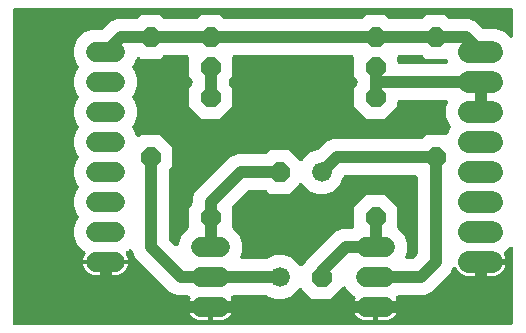
<source format=gbr>
G04 EAGLE Gerber X2 export*
G04 #@! %TF.Part,Single*
G04 #@! %TF.FileFunction,Copper,L2,Bot,Mixed*
G04 #@! %TF.FilePolarity,Positive*
G04 #@! %TF.GenerationSoftware,Autodesk,EAGLE,9.0.0*
G04 #@! %TF.CreationDate,2019-08-08T19:03:24Z*
G75*
%MOMM*%
%FSLAX34Y34*%
%LPD*%
%AMOC8*
5,1,8,0,0,1.08239X$1,22.5*%
G01*
%ADD10P,1.814519X8X112.500000*%
%ADD11P,1.814519X8X292.500000*%
%ADD12P,1.814519X8X202.500000*%
%ADD13C,1.676400*%
%ADD14P,1.814519X8X22.500000*%
%ADD15C,1.676400*%
%ADD16C,1.879600*%
%ADD17C,1.016000*%

G36*
X432126Y-2537D02*
X432126Y-2537D01*
X432144Y-2539D01*
X432326Y-2518D01*
X432509Y-2499D01*
X432526Y-2494D01*
X432543Y-2492D01*
X432718Y-2435D01*
X432894Y-2381D01*
X432909Y-2373D01*
X432926Y-2367D01*
X433086Y-2277D01*
X433248Y-2189D01*
X433261Y-2178D01*
X433277Y-2169D01*
X433416Y-2049D01*
X433557Y-1932D01*
X433568Y-1918D01*
X433582Y-1906D01*
X433694Y-1761D01*
X433809Y-1618D01*
X433817Y-1602D01*
X433828Y-1588D01*
X433910Y-1423D01*
X433995Y-1261D01*
X434000Y-1244D01*
X434008Y-1228D01*
X434055Y-1049D01*
X434106Y-874D01*
X434108Y-856D01*
X434112Y-839D01*
X434139Y-508D01*
X434139Y61977D01*
X434138Y61986D01*
X434139Y61995D01*
X434118Y62187D01*
X434099Y62378D01*
X434097Y62386D01*
X434096Y62395D01*
X434038Y62578D01*
X433981Y62763D01*
X433977Y62771D01*
X433974Y62779D01*
X433881Y62947D01*
X433789Y63117D01*
X433784Y63124D01*
X433779Y63131D01*
X433655Y63278D01*
X433532Y63426D01*
X433525Y63432D01*
X433519Y63438D01*
X433368Y63557D01*
X433218Y63678D01*
X433210Y63682D01*
X433203Y63688D01*
X433030Y63776D01*
X432861Y63864D01*
X432852Y63866D01*
X432844Y63870D01*
X432658Y63922D01*
X432474Y63975D01*
X432465Y63976D01*
X432456Y63978D01*
X432263Y63992D01*
X432072Y64008D01*
X432064Y64007D01*
X432055Y64008D01*
X431862Y63983D01*
X431673Y63961D01*
X431664Y63958D01*
X431655Y63957D01*
X431472Y63896D01*
X431290Y63836D01*
X431282Y63832D01*
X431274Y63829D01*
X431107Y63733D01*
X430939Y63638D01*
X430932Y63633D01*
X430925Y63628D01*
X430672Y63413D01*
X426815Y59557D01*
X426758Y59526D01*
X426683Y59464D01*
X426601Y59410D01*
X426528Y59336D01*
X426447Y59270D01*
X426386Y59194D01*
X426317Y59125D01*
X426259Y59038D01*
X426194Y58957D01*
X426148Y58871D01*
X426094Y58789D01*
X426055Y58693D01*
X426007Y58601D01*
X425979Y58507D01*
X425942Y58417D01*
X425923Y58314D01*
X425893Y58214D01*
X425885Y58117D01*
X425867Y58021D01*
X425868Y57917D01*
X425859Y57813D01*
X425870Y57716D01*
X425871Y57619D01*
X425892Y57517D01*
X425904Y57413D01*
X425934Y57320D01*
X425954Y57225D01*
X426002Y57107D01*
X426027Y57030D01*
X426053Y56984D01*
X426080Y56918D01*
X426862Y55383D01*
X427443Y53596D01*
X427483Y53339D01*
X406908Y53339D01*
X406890Y53337D01*
X406873Y53339D01*
X406690Y53318D01*
X406508Y53299D01*
X406491Y53294D01*
X406473Y53292D01*
X406298Y53235D01*
X406123Y53181D01*
X406107Y53173D01*
X406090Y53167D01*
X405930Y53077D01*
X405769Y52989D01*
X405755Y52978D01*
X405739Y52969D01*
X405600Y52849D01*
X405459Y52732D01*
X405448Y52718D01*
X405435Y52706D01*
X405322Y52561D01*
X405207Y52418D01*
X405199Y52402D01*
X405188Y52388D01*
X405106Y52223D01*
X405066Y52147D01*
X404914Y52061D01*
X404752Y51973D01*
X404739Y51962D01*
X404723Y51953D01*
X404584Y51833D01*
X404443Y51715D01*
X404432Y51702D01*
X404418Y51690D01*
X404306Y51545D01*
X404191Y51402D01*
X404183Y51386D01*
X404172Y51372D01*
X404090Y51207D01*
X404005Y51044D01*
X404000Y51027D01*
X403992Y51011D01*
X403944Y50833D01*
X403894Y50658D01*
X403892Y50640D01*
X403888Y50623D01*
X403861Y50292D01*
X403861Y38861D01*
X396062Y38861D01*
X394206Y39155D01*
X392419Y39736D01*
X390745Y40589D01*
X389224Y41694D01*
X387896Y43022D01*
X386791Y44543D01*
X386262Y45582D01*
X386191Y45692D01*
X386128Y45807D01*
X386083Y45861D01*
X386044Y45921D01*
X385953Y46015D01*
X385869Y46115D01*
X385814Y46159D01*
X385764Y46210D01*
X385656Y46284D01*
X385554Y46366D01*
X385491Y46398D01*
X385433Y46439D01*
X385312Y46490D01*
X385196Y46550D01*
X385128Y46569D01*
X385062Y46597D01*
X384934Y46624D01*
X384809Y46659D01*
X384738Y46665D01*
X384668Y46679D01*
X384537Y46680D01*
X384407Y46691D01*
X384337Y46682D01*
X384266Y46683D01*
X384137Y46658D01*
X384008Y46642D01*
X383940Y46620D01*
X383870Y46606D01*
X383749Y46556D01*
X383625Y46515D01*
X383564Y46480D01*
X383498Y46453D01*
X383389Y46381D01*
X383276Y46316D01*
X383222Y46269D01*
X383163Y46230D01*
X383071Y46137D01*
X382972Y46051D01*
X382929Y45995D01*
X382879Y45945D01*
X382806Y45836D01*
X382727Y45732D01*
X382689Y45660D01*
X382656Y45609D01*
X382627Y45539D01*
X382575Y45437D01*
X381220Y42167D01*
X364233Y25180D01*
X360683Y23709D01*
X358632Y22859D01*
X337706Y22859D01*
X337679Y22857D01*
X337653Y22859D01*
X337479Y22837D01*
X337305Y22819D01*
X337280Y22812D01*
X337253Y22808D01*
X337088Y22753D01*
X336921Y22701D01*
X336897Y22688D01*
X336872Y22680D01*
X336720Y22593D01*
X336566Y22509D01*
X336546Y22492D01*
X336523Y22479D01*
X336426Y22397D01*
X335664Y22081D01*
X335615Y22055D01*
X335563Y22036D01*
X335438Y21960D01*
X335309Y21891D01*
X335266Y21856D01*
X335219Y21827D01*
X335112Y21728D01*
X334999Y21635D01*
X334964Y21592D01*
X334923Y21554D01*
X334837Y21436D01*
X334745Y21322D01*
X334719Y21273D01*
X334687Y21228D01*
X334626Y21095D01*
X334558Y20966D01*
X334543Y20912D01*
X334519Y20862D01*
X334486Y20719D01*
X334445Y20579D01*
X334440Y20524D01*
X334428Y20470D01*
X334423Y20323D01*
X334410Y20178D01*
X334417Y20123D01*
X334415Y20067D01*
X334439Y19923D01*
X334456Y19778D01*
X334473Y19725D01*
X334482Y19670D01*
X334534Y19534D01*
X334579Y19395D01*
X334606Y19346D01*
X334626Y19294D01*
X334737Y19111D01*
X334775Y19043D01*
X334787Y19030D01*
X334798Y19011D01*
X335224Y18425D01*
X336004Y16893D01*
X336536Y15258D01*
X336619Y14731D01*
X317500Y14731D01*
X298381Y14731D01*
X298464Y15258D01*
X298996Y16893D01*
X299776Y18425D01*
X300202Y19011D01*
X300230Y19059D01*
X300265Y19102D01*
X300331Y19232D01*
X300405Y19358D01*
X300423Y19411D01*
X300448Y19460D01*
X300488Y19601D01*
X300536Y19739D01*
X300543Y19794D01*
X300558Y19848D01*
X300569Y19993D01*
X300589Y20138D01*
X300585Y20194D01*
X300589Y20249D01*
X300572Y20394D01*
X300562Y20540D01*
X300547Y20594D01*
X300541Y20649D01*
X300495Y20788D01*
X300456Y20929D01*
X300432Y20978D01*
X300414Y21031D01*
X300342Y21158D01*
X300276Y21289D01*
X300242Y21333D01*
X300215Y21381D01*
X300119Y21491D01*
X300029Y21606D01*
X299987Y21643D01*
X299950Y21684D01*
X299835Y21773D01*
X299724Y21869D01*
X299675Y21896D01*
X299631Y21930D01*
X299440Y22028D01*
X299372Y22066D01*
X299356Y22071D01*
X299336Y22081D01*
X298614Y22380D01*
X293398Y27596D01*
X292834Y28959D01*
X292828Y28970D01*
X292824Y28983D01*
X292733Y29147D01*
X292644Y29314D01*
X292635Y29324D01*
X292629Y29336D01*
X292508Y29478D01*
X292387Y29624D01*
X292377Y29632D01*
X292368Y29643D01*
X292221Y29759D01*
X292075Y29878D01*
X292063Y29884D01*
X292052Y29892D01*
X291884Y29977D01*
X291718Y30065D01*
X291705Y30068D01*
X291693Y30075D01*
X291512Y30125D01*
X291332Y30178D01*
X291318Y30179D01*
X291306Y30183D01*
X291117Y30196D01*
X290931Y30212D01*
X290917Y30211D01*
X290904Y30212D01*
X290717Y30188D01*
X290531Y30167D01*
X290518Y30163D01*
X290505Y30161D01*
X290327Y30102D01*
X290147Y30044D01*
X290136Y30038D01*
X290123Y30033D01*
X289960Y29939D01*
X289796Y29848D01*
X289786Y29839D01*
X289774Y29832D01*
X289521Y29618D01*
X279461Y19557D01*
X264099Y19557D01*
X255296Y28360D01*
X255286Y28369D01*
X255277Y28379D01*
X255130Y28496D01*
X254985Y28615D01*
X254973Y28622D01*
X254962Y28630D01*
X254795Y28716D01*
X254629Y28804D01*
X254616Y28808D01*
X254604Y28814D01*
X254423Y28866D01*
X254243Y28919D01*
X254230Y28920D01*
X254217Y28924D01*
X254030Y28938D01*
X253842Y28955D01*
X253829Y28954D01*
X253815Y28955D01*
X253631Y28932D01*
X253442Y28912D01*
X253429Y28908D01*
X253416Y28906D01*
X253239Y28848D01*
X253058Y28790D01*
X253046Y28784D01*
X253034Y28780D01*
X252870Y28687D01*
X252706Y28596D01*
X252695Y28587D01*
X252684Y28580D01*
X252542Y28457D01*
X252399Y28335D01*
X252390Y28325D01*
X252380Y28316D01*
X252266Y28167D01*
X252149Y28019D01*
X252143Y28007D01*
X252135Y27997D01*
X251983Y27701D01*
X251940Y27596D01*
X246724Y22380D01*
X239908Y19557D01*
X232532Y19557D01*
X225666Y22401D01*
X225656Y22409D01*
X225521Y22519D01*
X225497Y22532D01*
X225476Y22548D01*
X225319Y22626D01*
X225165Y22708D01*
X225140Y22716D01*
X225115Y22728D01*
X224946Y22773D01*
X224779Y22823D01*
X224753Y22825D01*
X224727Y22832D01*
X224396Y22859D01*
X198006Y22859D01*
X197979Y22857D01*
X197953Y22859D01*
X197779Y22837D01*
X197605Y22819D01*
X197580Y22812D01*
X197553Y22808D01*
X197388Y22753D01*
X197221Y22701D01*
X197197Y22688D01*
X197172Y22680D01*
X197020Y22593D01*
X196866Y22509D01*
X196846Y22492D01*
X196823Y22479D01*
X196726Y22397D01*
X195964Y22081D01*
X195915Y22055D01*
X195863Y22036D01*
X195738Y21960D01*
X195609Y21891D01*
X195566Y21856D01*
X195519Y21827D01*
X195412Y21728D01*
X195299Y21635D01*
X195264Y21592D01*
X195223Y21554D01*
X195137Y21436D01*
X195045Y21322D01*
X195019Y21273D01*
X194987Y21228D01*
X194926Y21095D01*
X194858Y20966D01*
X194842Y20912D01*
X194819Y20862D01*
X194786Y20720D01*
X194745Y20579D01*
X194740Y20524D01*
X194728Y20470D01*
X194723Y20324D01*
X194710Y20178D01*
X194717Y20123D01*
X194715Y20067D01*
X194739Y19923D01*
X194756Y19778D01*
X194773Y19725D01*
X194782Y19670D01*
X194834Y19534D01*
X194879Y19395D01*
X194906Y19346D01*
X194926Y19294D01*
X195037Y19111D01*
X195075Y19043D01*
X195087Y19030D01*
X195098Y19011D01*
X195524Y18425D01*
X196304Y16893D01*
X196836Y15258D01*
X196919Y14731D01*
X177800Y14731D01*
X158681Y14731D01*
X158764Y15258D01*
X159296Y16893D01*
X160076Y18425D01*
X160502Y19011D01*
X160530Y19059D01*
X160565Y19102D01*
X160631Y19232D01*
X160705Y19358D01*
X160723Y19411D01*
X160749Y19460D01*
X160788Y19601D01*
X160836Y19739D01*
X160843Y19794D01*
X160858Y19848D01*
X160869Y19994D01*
X160889Y20138D01*
X160885Y20194D01*
X160889Y20249D01*
X160872Y20394D01*
X160862Y20540D01*
X160847Y20594D01*
X160841Y20649D01*
X160795Y20788D01*
X160756Y20929D01*
X160732Y20978D01*
X160714Y21031D01*
X160642Y21158D01*
X160576Y21289D01*
X160542Y21332D01*
X160515Y21381D01*
X160418Y21491D01*
X160329Y21606D01*
X160287Y21642D01*
X160250Y21684D01*
X160134Y21774D01*
X160024Y21869D01*
X159975Y21896D01*
X159931Y21930D01*
X159740Y22028D01*
X159673Y22066D01*
X159656Y22071D01*
X159636Y22081D01*
X158863Y22401D01*
X158854Y22409D01*
X158719Y22519D01*
X158695Y22532D01*
X158674Y22548D01*
X158517Y22626D01*
X158363Y22708D01*
X158338Y22716D01*
X158313Y22728D01*
X158144Y22773D01*
X157977Y22823D01*
X157951Y22825D01*
X157925Y22832D01*
X157594Y22859D01*
X149368Y22859D01*
X143767Y25180D01*
X114080Y54867D01*
X111755Y60478D01*
X111749Y60490D01*
X111745Y60503D01*
X111654Y60668D01*
X111565Y60833D01*
X111557Y60843D01*
X111550Y60855D01*
X111428Y60999D01*
X111309Y61143D01*
X111298Y61152D01*
X111290Y61162D01*
X111142Y61279D01*
X110996Y61397D01*
X110984Y61403D01*
X110974Y61412D01*
X110806Y61497D01*
X110640Y61584D01*
X110627Y61588D01*
X110615Y61594D01*
X110434Y61644D01*
X110253Y61697D01*
X110240Y61698D01*
X110227Y61702D01*
X110038Y61716D01*
X109852Y61732D01*
X109839Y61730D01*
X109825Y61731D01*
X109638Y61708D01*
X109452Y61687D01*
X109439Y61682D01*
X109426Y61681D01*
X109248Y61621D01*
X109069Y61563D01*
X109057Y61557D01*
X109044Y61553D01*
X108881Y61458D01*
X108717Y61367D01*
X108707Y61358D01*
X108695Y61352D01*
X108442Y61137D01*
X107786Y60480D01*
X107064Y60181D01*
X107015Y60155D01*
X106963Y60136D01*
X106838Y60060D01*
X106709Y59991D01*
X106666Y59956D01*
X106619Y59927D01*
X106512Y59828D01*
X106399Y59735D01*
X106364Y59692D01*
X106323Y59654D01*
X106237Y59536D01*
X106145Y59422D01*
X106119Y59373D01*
X106087Y59328D01*
X106026Y59195D01*
X105958Y59066D01*
X105942Y59012D01*
X105919Y58962D01*
X105886Y58820D01*
X105845Y58679D01*
X105840Y58624D01*
X105828Y58570D01*
X105823Y58424D01*
X105810Y58278D01*
X105817Y58223D01*
X105815Y58167D01*
X105839Y58023D01*
X105856Y57878D01*
X105873Y57825D01*
X105882Y57770D01*
X105934Y57634D01*
X105979Y57495D01*
X106006Y57446D01*
X106026Y57394D01*
X106137Y57211D01*
X106175Y57143D01*
X106187Y57130D01*
X106198Y57111D01*
X106624Y56525D01*
X107404Y54993D01*
X107936Y53358D01*
X108019Y52831D01*
X88900Y52831D01*
X69781Y52831D01*
X69864Y53358D01*
X70396Y54993D01*
X71176Y56525D01*
X71602Y57111D01*
X71630Y57159D01*
X71665Y57202D01*
X71731Y57332D01*
X71805Y57458D01*
X71823Y57511D01*
X71849Y57560D01*
X71888Y57701D01*
X71936Y57839D01*
X71943Y57894D01*
X71958Y57948D01*
X71970Y58094D01*
X71989Y58238D01*
X71985Y58294D01*
X71989Y58349D01*
X71972Y58494D01*
X71962Y58640D01*
X71947Y58694D01*
X71941Y58749D01*
X71895Y58888D01*
X71856Y59029D01*
X71832Y59078D01*
X71814Y59131D01*
X71742Y59258D01*
X71676Y59389D01*
X71642Y59432D01*
X71615Y59481D01*
X71518Y59591D01*
X71429Y59706D01*
X71387Y59742D01*
X71350Y59784D01*
X71234Y59874D01*
X71124Y59969D01*
X71075Y59996D01*
X71031Y60030D01*
X70840Y60128D01*
X70773Y60166D01*
X70756Y60171D01*
X70736Y60181D01*
X70014Y60480D01*
X64798Y65696D01*
X61975Y72512D01*
X61975Y79888D01*
X64798Y86704D01*
X65558Y87464D01*
X65570Y87478D01*
X65583Y87489D01*
X65697Y87633D01*
X65813Y87775D01*
X65822Y87791D01*
X65833Y87805D01*
X65916Y87969D01*
X66002Y88131D01*
X66007Y88148D01*
X66015Y88164D01*
X66064Y88341D01*
X66117Y88517D01*
X66118Y88535D01*
X66123Y88552D01*
X66137Y88735D01*
X66153Y88918D01*
X66151Y88936D01*
X66153Y88953D01*
X66130Y89135D01*
X66110Y89318D01*
X66104Y89335D01*
X66102Y89353D01*
X66044Y89526D01*
X65988Y89702D01*
X65980Y89718D01*
X65974Y89734D01*
X65882Y89894D01*
X65793Y90054D01*
X65782Y90068D01*
X65773Y90083D01*
X65558Y90336D01*
X64798Y91096D01*
X61975Y97912D01*
X61975Y105288D01*
X64798Y112104D01*
X65558Y112864D01*
X65570Y112878D01*
X65583Y112889D01*
X65697Y113033D01*
X65813Y113175D01*
X65822Y113191D01*
X65833Y113205D01*
X65916Y113369D01*
X66002Y113531D01*
X66007Y113548D01*
X66015Y113564D01*
X66064Y113741D01*
X66117Y113917D01*
X66118Y113935D01*
X66123Y113952D01*
X66137Y114135D01*
X66153Y114318D01*
X66151Y114336D01*
X66153Y114353D01*
X66130Y114535D01*
X66110Y114718D01*
X66104Y114735D01*
X66102Y114753D01*
X66044Y114926D01*
X65988Y115102D01*
X65980Y115118D01*
X65974Y115134D01*
X65882Y115294D01*
X65793Y115454D01*
X65782Y115468D01*
X65773Y115483D01*
X65558Y115736D01*
X64798Y116496D01*
X61975Y123312D01*
X61975Y130688D01*
X64798Y137504D01*
X65558Y138264D01*
X65570Y138278D01*
X65583Y138289D01*
X65697Y138433D01*
X65813Y138575D01*
X65822Y138591D01*
X65833Y138605D01*
X65916Y138769D01*
X66002Y138931D01*
X66007Y138948D01*
X66015Y138964D01*
X66064Y139141D01*
X66117Y139317D01*
X66118Y139335D01*
X66123Y139352D01*
X66137Y139535D01*
X66153Y139718D01*
X66151Y139736D01*
X66153Y139753D01*
X66130Y139935D01*
X66110Y140118D01*
X66104Y140135D01*
X66102Y140153D01*
X66044Y140326D01*
X65988Y140502D01*
X65980Y140518D01*
X65974Y140534D01*
X65882Y140694D01*
X65793Y140854D01*
X65782Y140868D01*
X65773Y140883D01*
X65558Y141136D01*
X64798Y141896D01*
X61975Y148712D01*
X61975Y156088D01*
X64798Y162904D01*
X65558Y163664D01*
X65570Y163677D01*
X65583Y163689D01*
X65697Y163833D01*
X65813Y163975D01*
X65822Y163991D01*
X65833Y164005D01*
X65916Y164169D01*
X66002Y164331D01*
X66007Y164348D01*
X66015Y164364D01*
X66064Y164541D01*
X66117Y164717D01*
X66118Y164735D01*
X66123Y164752D01*
X66137Y164935D01*
X66153Y165118D01*
X66151Y165136D01*
X66153Y165153D01*
X66130Y165335D01*
X66110Y165518D01*
X66104Y165535D01*
X66102Y165553D01*
X66044Y165726D01*
X65988Y165902D01*
X65980Y165918D01*
X65974Y165934D01*
X65883Y166092D01*
X65793Y166254D01*
X65782Y166268D01*
X65773Y166283D01*
X65558Y166536D01*
X64798Y167296D01*
X61975Y174112D01*
X61975Y181488D01*
X64798Y188304D01*
X65558Y189064D01*
X65570Y189078D01*
X65583Y189089D01*
X65697Y189233D01*
X65813Y189375D01*
X65822Y189391D01*
X65833Y189405D01*
X65916Y189569D01*
X66002Y189731D01*
X66007Y189748D01*
X66015Y189764D01*
X66064Y189941D01*
X66117Y190117D01*
X66118Y190135D01*
X66123Y190152D01*
X66137Y190335D01*
X66153Y190518D01*
X66151Y190536D01*
X66153Y190553D01*
X66130Y190735D01*
X66110Y190918D01*
X66104Y190935D01*
X66102Y190953D01*
X66044Y191126D01*
X65988Y191302D01*
X65980Y191318D01*
X65974Y191334D01*
X65882Y191494D01*
X65793Y191654D01*
X65782Y191668D01*
X65773Y191683D01*
X65558Y191936D01*
X64798Y192696D01*
X61975Y199512D01*
X61975Y206888D01*
X64798Y213704D01*
X65558Y214464D01*
X65570Y214478D01*
X65583Y214489D01*
X65697Y214633D01*
X65813Y214775D01*
X65822Y214791D01*
X65833Y214805D01*
X65916Y214969D01*
X66002Y215131D01*
X66007Y215148D01*
X66015Y215164D01*
X66064Y215341D01*
X66117Y215517D01*
X66118Y215535D01*
X66123Y215552D01*
X66137Y215735D01*
X66153Y215918D01*
X66151Y215936D01*
X66153Y215953D01*
X66130Y216135D01*
X66110Y216318D01*
X66104Y216335D01*
X66102Y216353D01*
X66044Y216526D01*
X65988Y216702D01*
X65980Y216718D01*
X65974Y216734D01*
X65882Y216894D01*
X65793Y217054D01*
X65782Y217068D01*
X65773Y217083D01*
X65558Y217336D01*
X64798Y218096D01*
X61975Y224912D01*
X61975Y232288D01*
X64798Y239104D01*
X70014Y244320D01*
X76830Y247143D01*
X85048Y247143D01*
X85074Y247145D01*
X85101Y247143D01*
X85275Y247165D01*
X85448Y247183D01*
X85474Y247190D01*
X85501Y247194D01*
X85666Y247250D01*
X85833Y247301D01*
X85857Y247314D01*
X85882Y247322D01*
X86034Y247409D01*
X86187Y247493D01*
X86208Y247510D01*
X86231Y247523D01*
X86484Y247738D01*
X92967Y254220D01*
X98568Y256541D01*
X115176Y256541D01*
X115203Y256543D01*
X115229Y256541D01*
X115403Y256563D01*
X115577Y256581D01*
X115602Y256588D01*
X115629Y256592D01*
X115795Y256648D01*
X115962Y256699D01*
X115985Y256712D01*
X116010Y256720D01*
X116162Y256807D01*
X116316Y256891D01*
X116336Y256908D01*
X116359Y256921D01*
X116612Y257136D01*
X119319Y259843D01*
X134681Y259843D01*
X137388Y257136D01*
X137408Y257119D01*
X137426Y257098D01*
X137564Y256991D01*
X137699Y256881D01*
X137723Y256868D01*
X137744Y256852D01*
X137901Y256774D01*
X138055Y256692D01*
X138080Y256684D01*
X138104Y256672D01*
X138274Y256627D01*
X138441Y256577D01*
X138467Y256575D01*
X138493Y256568D01*
X138824Y256541D01*
X165976Y256541D01*
X166003Y256543D01*
X166029Y256541D01*
X166203Y256563D01*
X166377Y256581D01*
X166402Y256588D01*
X166429Y256592D01*
X166594Y256647D01*
X166762Y256699D01*
X166785Y256712D01*
X166810Y256720D01*
X166962Y256807D01*
X167116Y256891D01*
X167136Y256908D01*
X167159Y256921D01*
X167412Y257136D01*
X170119Y259843D01*
X185481Y259843D01*
X188188Y257136D01*
X188208Y257119D01*
X188226Y257098D01*
X188364Y256991D01*
X188499Y256881D01*
X188523Y256868D01*
X188544Y256852D01*
X188701Y256774D01*
X188855Y256692D01*
X188880Y256684D01*
X188905Y256672D01*
X189074Y256627D01*
X189241Y256577D01*
X189267Y256575D01*
X189293Y256568D01*
X189624Y256541D01*
X305676Y256541D01*
X305703Y256543D01*
X305729Y256541D01*
X305903Y256563D01*
X306077Y256581D01*
X306102Y256588D01*
X306129Y256592D01*
X306294Y256647D01*
X306462Y256699D01*
X306485Y256712D01*
X306510Y256720D01*
X306662Y256807D01*
X306816Y256891D01*
X306836Y256908D01*
X306859Y256921D01*
X307112Y257136D01*
X309819Y259843D01*
X325181Y259843D01*
X327888Y257136D01*
X327908Y257119D01*
X327926Y257098D01*
X328064Y256991D01*
X328199Y256881D01*
X328223Y256868D01*
X328244Y256852D01*
X328401Y256774D01*
X328555Y256692D01*
X328580Y256684D01*
X328605Y256672D01*
X328774Y256627D01*
X328941Y256577D01*
X328967Y256575D01*
X328993Y256568D01*
X329324Y256541D01*
X356476Y256541D01*
X356503Y256543D01*
X356529Y256541D01*
X356703Y256563D01*
X356877Y256581D01*
X356902Y256588D01*
X356929Y256592D01*
X357095Y256648D01*
X357262Y256699D01*
X357285Y256712D01*
X357310Y256720D01*
X357462Y256807D01*
X357616Y256891D01*
X357636Y256908D01*
X357659Y256921D01*
X357912Y257136D01*
X360619Y259843D01*
X375981Y259843D01*
X378688Y257136D01*
X378708Y257119D01*
X378726Y257098D01*
X378864Y256991D01*
X378999Y256881D01*
X379023Y256868D01*
X379044Y256852D01*
X379201Y256774D01*
X379355Y256692D01*
X379380Y256684D01*
X379404Y256672D01*
X379574Y256627D01*
X379741Y256577D01*
X379767Y256575D01*
X379793Y256568D01*
X380124Y256541D01*
X396732Y256541D01*
X402333Y254220D01*
X406906Y249647D01*
X407800Y248754D01*
X407821Y248737D01*
X407838Y248716D01*
X407976Y248610D01*
X408111Y248499D01*
X408135Y248486D01*
X408156Y248470D01*
X408312Y248392D01*
X408467Y248310D01*
X408493Y248302D01*
X408517Y248290D01*
X408686Y248245D01*
X408853Y248195D01*
X408880Y248193D01*
X408906Y248186D01*
X409236Y248159D01*
X419689Y248159D01*
X426877Y245181D01*
X430672Y241387D01*
X430679Y241381D01*
X430684Y241374D01*
X430834Y241254D01*
X430983Y241131D01*
X430991Y241127D01*
X430998Y241122D01*
X431168Y241033D01*
X431339Y240943D01*
X431348Y240940D01*
X431355Y240936D01*
X431540Y240883D01*
X431725Y240828D01*
X431734Y240827D01*
X431742Y240825D01*
X431934Y240809D01*
X432126Y240792D01*
X432135Y240793D01*
X432144Y240792D01*
X432333Y240814D01*
X432526Y240835D01*
X432535Y240838D01*
X432543Y240839D01*
X432725Y240898D01*
X432910Y240957D01*
X432918Y240961D01*
X432926Y240964D01*
X433095Y241059D01*
X433262Y241151D01*
X433269Y241157D01*
X433277Y241162D01*
X433423Y241288D01*
X433569Y241412D01*
X433575Y241419D01*
X433582Y241425D01*
X433699Y241576D01*
X433819Y241728D01*
X433823Y241736D01*
X433828Y241743D01*
X433914Y241915D01*
X434001Y242087D01*
X434004Y242095D01*
X434008Y242103D01*
X434058Y242289D01*
X434109Y242475D01*
X434110Y242484D01*
X434112Y242492D01*
X434139Y242823D01*
X434139Y263908D01*
X434137Y263926D01*
X434139Y263944D01*
X434118Y264126D01*
X434099Y264309D01*
X434094Y264326D01*
X434092Y264343D01*
X434035Y264518D01*
X433981Y264694D01*
X433973Y264709D01*
X433967Y264726D01*
X433877Y264886D01*
X433789Y265048D01*
X433778Y265061D01*
X433769Y265077D01*
X433649Y265216D01*
X433532Y265357D01*
X433518Y265368D01*
X433506Y265382D01*
X433361Y265494D01*
X433218Y265609D01*
X433202Y265617D01*
X433188Y265628D01*
X433023Y265710D01*
X432861Y265795D01*
X432844Y265800D01*
X432828Y265808D01*
X432649Y265855D01*
X432474Y265906D01*
X432456Y265908D01*
X432439Y265912D01*
X432108Y265939D01*
X12192Y265939D01*
X12174Y265937D01*
X12156Y265939D01*
X11974Y265918D01*
X11791Y265899D01*
X11774Y265894D01*
X11757Y265892D01*
X11582Y265835D01*
X11406Y265781D01*
X11391Y265773D01*
X11374Y265767D01*
X11214Y265677D01*
X11052Y265589D01*
X11039Y265578D01*
X11023Y265569D01*
X10884Y265449D01*
X10743Y265332D01*
X10732Y265318D01*
X10718Y265306D01*
X10606Y265161D01*
X10491Y265018D01*
X10483Y265002D01*
X10472Y264988D01*
X10390Y264823D01*
X10305Y264661D01*
X10300Y264644D01*
X10292Y264628D01*
X10245Y264449D01*
X10194Y264274D01*
X10192Y264256D01*
X10188Y264239D01*
X10161Y263908D01*
X10161Y-508D01*
X10163Y-526D01*
X10161Y-544D01*
X10182Y-726D01*
X10201Y-909D01*
X10206Y-926D01*
X10208Y-943D01*
X10265Y-1118D01*
X10319Y-1294D01*
X10327Y-1309D01*
X10333Y-1326D01*
X10423Y-1486D01*
X10511Y-1648D01*
X10522Y-1661D01*
X10531Y-1677D01*
X10651Y-1816D01*
X10768Y-1957D01*
X10782Y-1968D01*
X10794Y-1982D01*
X10939Y-2094D01*
X11082Y-2209D01*
X11098Y-2217D01*
X11112Y-2228D01*
X11277Y-2310D01*
X11439Y-2395D01*
X11456Y-2400D01*
X11472Y-2408D01*
X11651Y-2455D01*
X11826Y-2506D01*
X11844Y-2508D01*
X11861Y-2512D01*
X12192Y-2539D01*
X432108Y-2539D01*
X432126Y-2537D01*
G37*
G36*
X148871Y64052D02*
X148871Y64052D01*
X148880Y64051D01*
X149069Y64073D01*
X149262Y64094D01*
X149271Y64097D01*
X149279Y64098D01*
X149461Y64158D01*
X149646Y64216D01*
X149654Y64220D01*
X149662Y64223D01*
X149831Y64318D01*
X149998Y64411D01*
X150005Y64417D01*
X150013Y64421D01*
X150159Y64547D01*
X150305Y64671D01*
X150311Y64678D01*
X150318Y64684D01*
X150435Y64836D01*
X150555Y64987D01*
X150559Y64995D01*
X150564Y65002D01*
X150650Y65174D01*
X150737Y65346D01*
X150740Y65355D01*
X150744Y65363D01*
X150794Y65549D01*
X150845Y65734D01*
X150846Y65743D01*
X150848Y65752D01*
X150875Y66082D01*
X150875Y67188D01*
X153698Y74004D01*
X158662Y78968D01*
X158679Y78988D01*
X158700Y79006D01*
X158807Y79144D01*
X158917Y79279D01*
X158930Y79303D01*
X158946Y79324D01*
X159024Y79481D01*
X159106Y79635D01*
X159114Y79660D01*
X159126Y79685D01*
X159171Y79854D01*
X159221Y80021D01*
X159223Y80047D01*
X159230Y80073D01*
X159257Y80404D01*
X159257Y96581D01*
X161964Y99288D01*
X161981Y99308D01*
X162002Y99326D01*
X162109Y99464D01*
X162219Y99599D01*
X162232Y99623D01*
X162248Y99644D01*
X162326Y99801D01*
X162408Y99955D01*
X162416Y99980D01*
X162428Y100004D01*
X162473Y100174D01*
X162523Y100341D01*
X162525Y100367D01*
X162532Y100393D01*
X162559Y100724D01*
X162559Y104632D01*
X164880Y110233D01*
X194567Y139920D01*
X199195Y141838D01*
X200168Y142241D01*
X224396Y142241D01*
X224423Y142243D01*
X224449Y142241D01*
X224623Y142263D01*
X224797Y142281D01*
X224822Y142288D01*
X224849Y142292D01*
X225015Y142348D01*
X225182Y142399D01*
X225205Y142412D01*
X225230Y142420D01*
X225382Y142507D01*
X225536Y142591D01*
X225556Y142608D01*
X225579Y142621D01*
X225832Y142836D01*
X228539Y145543D01*
X243901Y145543D01*
X252704Y136740D01*
X252714Y136731D01*
X252723Y136721D01*
X252870Y136604D01*
X253015Y136485D01*
X253027Y136478D01*
X253038Y136470D01*
X253205Y136384D01*
X253371Y136296D01*
X253384Y136292D01*
X253396Y136286D01*
X253577Y136234D01*
X253757Y136181D01*
X253770Y136180D01*
X253783Y136176D01*
X253970Y136162D01*
X254158Y136145D01*
X254171Y136146D01*
X254185Y136145D01*
X254369Y136168D01*
X254558Y136188D01*
X254571Y136192D01*
X254584Y136194D01*
X254761Y136252D01*
X254942Y136310D01*
X254954Y136316D01*
X254966Y136320D01*
X255130Y136413D01*
X255294Y136504D01*
X255305Y136513D01*
X255316Y136520D01*
X255458Y136643D01*
X255601Y136765D01*
X255610Y136775D01*
X255620Y136784D01*
X255734Y136933D01*
X255851Y137081D01*
X255857Y137093D01*
X255865Y137103D01*
X256017Y137399D01*
X256060Y137504D01*
X261276Y142720D01*
X268142Y145564D01*
X268155Y145565D01*
X268328Y145583D01*
X268354Y145590D01*
X268380Y145594D01*
X268546Y145649D01*
X268713Y145701D01*
X268737Y145714D01*
X268762Y145722D01*
X268914Y145809D01*
X269067Y145893D01*
X269088Y145910D01*
X269111Y145923D01*
X269364Y146138D01*
X275847Y152620D01*
X281448Y154941D01*
X356476Y154941D01*
X356503Y154943D01*
X356529Y154941D01*
X356703Y154963D01*
X356877Y154981D01*
X356902Y154988D01*
X356929Y154992D01*
X357095Y155048D01*
X357262Y155099D01*
X357285Y155112D01*
X357310Y155120D01*
X357462Y155207D01*
X357616Y155291D01*
X357636Y155308D01*
X357659Y155321D01*
X357912Y155536D01*
X360619Y158243D01*
X376440Y158243D01*
X376490Y158228D01*
X376503Y158227D01*
X376516Y158223D01*
X376702Y158209D01*
X376891Y158191D01*
X376904Y158193D01*
X376918Y158192D01*
X377102Y158214D01*
X377291Y158235D01*
X377304Y158239D01*
X377317Y158240D01*
X377496Y158299D01*
X377675Y158356D01*
X377687Y158363D01*
X377700Y158367D01*
X377864Y158461D01*
X378027Y158551D01*
X378037Y158560D01*
X378049Y158566D01*
X378192Y158690D01*
X378334Y158811D01*
X378343Y158822D01*
X378353Y158831D01*
X378468Y158980D01*
X378584Y159127D01*
X378590Y159139D01*
X378598Y159150D01*
X378750Y159445D01*
X380421Y163479D01*
X380605Y163664D01*
X380617Y163677D01*
X380630Y163689D01*
X380744Y163833D01*
X380860Y163975D01*
X380869Y163991D01*
X380880Y164005D01*
X380963Y164169D01*
X381049Y164331D01*
X381054Y164348D01*
X381062Y164364D01*
X381112Y164541D01*
X381164Y164717D01*
X381165Y164734D01*
X381170Y164752D01*
X381184Y164935D01*
X381200Y165118D01*
X381198Y165135D01*
X381200Y165153D01*
X381177Y165336D01*
X381157Y165518D01*
X381152Y165535D01*
X381149Y165553D01*
X381091Y165727D01*
X381035Y165902D01*
X381027Y165917D01*
X381021Y165934D01*
X380929Y166094D01*
X380841Y166254D01*
X380829Y166268D01*
X380820Y166283D01*
X380605Y166536D01*
X380421Y166721D01*
X377443Y173909D01*
X377443Y181690D01*
X378877Y185151D01*
X378880Y185164D01*
X378887Y185175D01*
X378938Y185355D01*
X378993Y185536D01*
X378994Y185549D01*
X378998Y185562D01*
X379013Y185750D01*
X379031Y185937D01*
X379030Y185950D01*
X379031Y185964D01*
X379009Y186150D01*
X378990Y186337D01*
X378985Y186350D01*
X378984Y186363D01*
X378926Y186542D01*
X378870Y186722D01*
X378863Y186733D01*
X378859Y186746D01*
X378766Y186911D01*
X378676Y187075D01*
X378668Y187085D01*
X378661Y187097D01*
X378538Y187239D01*
X378417Y187383D01*
X378407Y187391D01*
X378398Y187402D01*
X378250Y187516D01*
X378102Y187634D01*
X378090Y187640D01*
X378080Y187648D01*
X377912Y187732D01*
X377744Y187818D01*
X377731Y187822D01*
X377719Y187828D01*
X377537Y187877D01*
X377357Y187928D01*
X377344Y187929D01*
X377331Y187932D01*
X377000Y187959D01*
X338074Y187959D01*
X338056Y187957D01*
X338038Y187959D01*
X337856Y187938D01*
X337673Y187919D01*
X337656Y187914D01*
X337639Y187912D01*
X337464Y187855D01*
X337288Y187801D01*
X337273Y187793D01*
X337256Y187787D01*
X337096Y187697D01*
X336934Y187609D01*
X336921Y187598D01*
X336905Y187589D01*
X336766Y187469D01*
X336625Y187352D01*
X336614Y187338D01*
X336600Y187326D01*
X336488Y187181D01*
X336373Y187038D01*
X336365Y187022D01*
X336354Y187008D01*
X336272Y186843D01*
X336187Y186681D01*
X336182Y186664D01*
X336174Y186648D01*
X336127Y186469D01*
X336076Y186294D01*
X336074Y186276D01*
X336070Y186259D01*
X336043Y185928D01*
X336043Y182819D01*
X325181Y171957D01*
X309819Y171957D01*
X298957Y182819D01*
X298957Y198181D01*
X301664Y200888D01*
X301681Y200908D01*
X301702Y200926D01*
X301809Y201064D01*
X301919Y201199D01*
X301932Y201223D01*
X301948Y201244D01*
X302026Y201401D01*
X302108Y201555D01*
X302116Y201580D01*
X302128Y201605D01*
X302173Y201774D01*
X302223Y201941D01*
X302225Y201967D01*
X302232Y201993D01*
X302259Y202324D01*
X302259Y204076D01*
X302257Y204103D01*
X302259Y204129D01*
X302237Y204303D01*
X302219Y204477D01*
X302212Y204502D01*
X302208Y204529D01*
X302153Y204694D01*
X302101Y204862D01*
X302088Y204885D01*
X302080Y204910D01*
X301993Y205062D01*
X301909Y205216D01*
X301892Y205236D01*
X301879Y205259D01*
X301664Y205512D01*
X298957Y208219D01*
X298957Y224028D01*
X298955Y224046D01*
X298957Y224064D01*
X298936Y224246D01*
X298917Y224429D01*
X298912Y224446D01*
X298910Y224463D01*
X298853Y224638D01*
X298799Y224814D01*
X298791Y224829D01*
X298785Y224846D01*
X298695Y225006D01*
X298607Y225168D01*
X298596Y225181D01*
X298587Y225197D01*
X298467Y225336D01*
X298350Y225477D01*
X298336Y225488D01*
X298324Y225502D01*
X298179Y225614D01*
X298036Y225729D01*
X298020Y225737D01*
X298006Y225748D01*
X297841Y225830D01*
X297679Y225915D01*
X297662Y225920D01*
X297646Y225928D01*
X297467Y225975D01*
X297292Y226026D01*
X297274Y226028D01*
X297257Y226032D01*
X296926Y226059D01*
X198374Y226059D01*
X198356Y226057D01*
X198338Y226059D01*
X198156Y226038D01*
X197973Y226019D01*
X197956Y226014D01*
X197939Y226012D01*
X197764Y225955D01*
X197588Y225901D01*
X197573Y225893D01*
X197556Y225887D01*
X197396Y225797D01*
X197234Y225709D01*
X197221Y225698D01*
X197205Y225689D01*
X197066Y225569D01*
X196925Y225452D01*
X196914Y225438D01*
X196900Y225426D01*
X196788Y225281D01*
X196673Y225138D01*
X196665Y225122D01*
X196654Y225108D01*
X196572Y224943D01*
X196487Y224781D01*
X196482Y224764D01*
X196474Y224748D01*
X196427Y224569D01*
X196376Y224394D01*
X196374Y224376D01*
X196370Y224359D01*
X196343Y224028D01*
X196343Y208219D01*
X193636Y205512D01*
X193619Y205492D01*
X193598Y205474D01*
X193491Y205336D01*
X193381Y205201D01*
X193368Y205177D01*
X193352Y205156D01*
X193274Y204999D01*
X193192Y204845D01*
X193184Y204820D01*
X193172Y204796D01*
X193127Y204626D01*
X193077Y204459D01*
X193075Y204433D01*
X193068Y204407D01*
X193041Y204076D01*
X193041Y202324D01*
X193043Y202297D01*
X193041Y202271D01*
X193063Y202097D01*
X193081Y201923D01*
X193088Y201898D01*
X193092Y201871D01*
X193148Y201705D01*
X193199Y201538D01*
X193212Y201515D01*
X193220Y201490D01*
X193307Y201338D01*
X193391Y201184D01*
X193408Y201164D01*
X193421Y201141D01*
X193636Y200888D01*
X196343Y198181D01*
X196343Y182819D01*
X185481Y171957D01*
X170119Y171957D01*
X159257Y182819D01*
X159257Y198181D01*
X161964Y200888D01*
X161981Y200908D01*
X162002Y200926D01*
X162109Y201064D01*
X162219Y201199D01*
X162232Y201223D01*
X162248Y201244D01*
X162326Y201401D01*
X162408Y201555D01*
X162416Y201580D01*
X162428Y201604D01*
X162473Y201774D01*
X162523Y201941D01*
X162525Y201967D01*
X162532Y201993D01*
X162559Y202324D01*
X162559Y204076D01*
X162557Y204103D01*
X162559Y204129D01*
X162537Y204303D01*
X162519Y204477D01*
X162512Y204502D01*
X162508Y204529D01*
X162452Y204695D01*
X162401Y204862D01*
X162388Y204885D01*
X162380Y204910D01*
X162293Y205062D01*
X162209Y205216D01*
X162192Y205236D01*
X162179Y205259D01*
X161964Y205512D01*
X159257Y208219D01*
X159257Y224028D01*
X159255Y224046D01*
X159257Y224064D01*
X159236Y224246D01*
X159217Y224429D01*
X159212Y224446D01*
X159210Y224463D01*
X159153Y224638D01*
X159099Y224814D01*
X159091Y224829D01*
X159085Y224846D01*
X158995Y225006D01*
X158907Y225168D01*
X158896Y225181D01*
X158887Y225197D01*
X158767Y225336D01*
X158650Y225477D01*
X158636Y225488D01*
X158624Y225502D01*
X158479Y225614D01*
X158336Y225729D01*
X158320Y225737D01*
X158306Y225748D01*
X158141Y225830D01*
X157979Y225915D01*
X157962Y225920D01*
X157946Y225928D01*
X157767Y225975D01*
X157592Y226026D01*
X157574Y226028D01*
X157557Y226032D01*
X157226Y226059D01*
X138824Y226059D01*
X138797Y226057D01*
X138771Y226059D01*
X138597Y226037D01*
X138423Y226019D01*
X138398Y226012D01*
X138371Y226008D01*
X138205Y225952D01*
X138038Y225901D01*
X138015Y225888D01*
X137990Y225880D01*
X137838Y225793D01*
X137684Y225709D01*
X137664Y225692D01*
X137641Y225679D01*
X137388Y225464D01*
X134681Y222757D01*
X119319Y222757D01*
X118367Y223710D01*
X118357Y223718D01*
X118348Y223728D01*
X118200Y223846D01*
X118055Y223965D01*
X118044Y223971D01*
X118033Y223979D01*
X117866Y224065D01*
X117700Y224153D01*
X117687Y224157D01*
X117675Y224163D01*
X117495Y224214D01*
X117314Y224268D01*
X117300Y224269D01*
X117288Y224273D01*
X117102Y224287D01*
X116913Y224305D01*
X116899Y224303D01*
X116886Y224304D01*
X116702Y224282D01*
X116513Y224261D01*
X116500Y224257D01*
X116486Y224256D01*
X116309Y224197D01*
X116129Y224140D01*
X116117Y224133D01*
X116104Y224129D01*
X115941Y224036D01*
X115776Y223945D01*
X115766Y223936D01*
X115755Y223930D01*
X115613Y223806D01*
X115469Y223684D01*
X115461Y223674D01*
X115451Y223665D01*
X115337Y223517D01*
X115220Y223369D01*
X115214Y223356D01*
X115206Y223346D01*
X115054Y223051D01*
X113002Y218096D01*
X112242Y217336D01*
X112230Y217323D01*
X112217Y217311D01*
X112103Y217167D01*
X111987Y217025D01*
X111978Y217009D01*
X111967Y216995D01*
X111884Y216831D01*
X111798Y216669D01*
X111793Y216652D01*
X111785Y216636D01*
X111736Y216459D01*
X111683Y216283D01*
X111682Y216265D01*
X111677Y216248D01*
X111663Y216065D01*
X111647Y215882D01*
X111649Y215864D01*
X111647Y215847D01*
X111670Y215665D01*
X111690Y215482D01*
X111696Y215465D01*
X111698Y215447D01*
X111756Y215274D01*
X111812Y215098D01*
X111820Y215082D01*
X111826Y215066D01*
X111918Y214907D01*
X112007Y214746D01*
X112018Y214732D01*
X112027Y214717D01*
X112242Y214464D01*
X113002Y213704D01*
X115825Y206888D01*
X115825Y199512D01*
X113002Y192696D01*
X112242Y191936D01*
X112230Y191923D01*
X112217Y191911D01*
X112103Y191767D01*
X111987Y191625D01*
X111978Y191609D01*
X111967Y191595D01*
X111884Y191431D01*
X111798Y191269D01*
X111793Y191252D01*
X111785Y191236D01*
X111736Y191059D01*
X111683Y190883D01*
X111682Y190865D01*
X111677Y190848D01*
X111663Y190665D01*
X111647Y190482D01*
X111649Y190464D01*
X111647Y190447D01*
X111670Y190265D01*
X111690Y190082D01*
X111696Y190065D01*
X111698Y190047D01*
X111756Y189874D01*
X111812Y189698D01*
X111820Y189682D01*
X111826Y189666D01*
X111918Y189507D01*
X112007Y189346D01*
X112018Y189332D01*
X112027Y189317D01*
X112242Y189064D01*
X113002Y188304D01*
X115825Y181488D01*
X115825Y174112D01*
X113002Y167296D01*
X112242Y166536D01*
X112230Y166522D01*
X112217Y166511D01*
X112103Y166367D01*
X111987Y166225D01*
X111978Y166209D01*
X111967Y166195D01*
X111884Y166031D01*
X111798Y165869D01*
X111793Y165852D01*
X111785Y165836D01*
X111736Y165659D01*
X111683Y165483D01*
X111682Y165465D01*
X111677Y165448D01*
X111663Y165265D01*
X111647Y165082D01*
X111649Y165064D01*
X111647Y165047D01*
X111670Y164865D01*
X111690Y164682D01*
X111696Y164665D01*
X111698Y164647D01*
X111756Y164474D01*
X111812Y164298D01*
X111820Y164282D01*
X111826Y164266D01*
X111918Y164106D01*
X112007Y163946D01*
X112018Y163932D01*
X112027Y163917D01*
X112242Y163664D01*
X113002Y162904D01*
X115054Y157949D01*
X115060Y157937D01*
X115064Y157925D01*
X115155Y157760D01*
X115244Y157594D01*
X115253Y157584D01*
X115259Y157572D01*
X115381Y157429D01*
X115501Y157284D01*
X115511Y157276D01*
X115520Y157265D01*
X115667Y157148D01*
X115813Y157030D01*
X115825Y157024D01*
X115836Y157016D01*
X116004Y156930D01*
X116170Y156843D01*
X116183Y156839D01*
X116195Y156833D01*
X116376Y156783D01*
X116556Y156730D01*
X116569Y156729D01*
X116582Y156725D01*
X116771Y156712D01*
X116957Y156695D01*
X116970Y156697D01*
X116984Y156696D01*
X117173Y156720D01*
X117357Y156741D01*
X117370Y156745D01*
X117383Y156746D01*
X117562Y156807D01*
X117741Y156864D01*
X117752Y156870D01*
X117765Y156875D01*
X117928Y156968D01*
X118092Y157060D01*
X118102Y157069D01*
X118114Y157076D01*
X118367Y157290D01*
X119319Y158243D01*
X134681Y158243D01*
X145543Y147381D01*
X145543Y132019D01*
X142836Y129312D01*
X142819Y129292D01*
X142798Y129274D01*
X142691Y129136D01*
X142581Y129001D01*
X142568Y128977D01*
X142552Y128956D01*
X142474Y128799D01*
X142392Y128645D01*
X142384Y128620D01*
X142372Y128596D01*
X142327Y128426D01*
X142277Y128259D01*
X142275Y128233D01*
X142268Y128207D01*
X142241Y127876D01*
X142241Y70654D01*
X142243Y70628D01*
X142241Y70601D01*
X142263Y70427D01*
X142281Y70254D01*
X142288Y70228D01*
X142292Y70202D01*
X142347Y70036D01*
X142399Y69869D01*
X142412Y69845D01*
X142420Y69820D01*
X142507Y69669D01*
X142591Y69515D01*
X142608Y69494D01*
X142621Y69471D01*
X142836Y69218D01*
X147408Y64646D01*
X147415Y64640D01*
X147420Y64633D01*
X147570Y64513D01*
X147719Y64391D01*
X147727Y64387D01*
X147734Y64381D01*
X147904Y64293D01*
X148075Y64202D01*
X148084Y64200D01*
X148091Y64196D01*
X148277Y64142D01*
X148461Y64087D01*
X148470Y64087D01*
X148478Y64084D01*
X148670Y64069D01*
X148862Y64051D01*
X148871Y64052D01*
G37*
G36*
X253900Y47246D02*
X253900Y47246D01*
X253913Y47245D01*
X254101Y47269D01*
X254287Y47290D01*
X254299Y47294D01*
X254313Y47296D01*
X254491Y47356D01*
X254670Y47413D01*
X254682Y47420D01*
X254694Y47424D01*
X254858Y47518D01*
X255021Y47609D01*
X255032Y47618D01*
X255043Y47625D01*
X255296Y47840D01*
X258284Y50827D01*
X258304Y50851D01*
X258327Y50872D01*
X258431Y51007D01*
X258539Y51139D01*
X258553Y51166D01*
X258572Y51191D01*
X258724Y51486D01*
X258860Y51813D01*
X278894Y71847D01*
X278894Y71848D01*
X283467Y76420D01*
X289068Y78741D01*
X296926Y78741D01*
X296944Y78743D01*
X296962Y78741D01*
X297144Y78762D01*
X297327Y78781D01*
X297344Y78786D01*
X297361Y78788D01*
X297536Y78845D01*
X297712Y78899D01*
X297727Y78907D01*
X297744Y78913D01*
X297904Y79003D01*
X298066Y79091D01*
X298079Y79102D01*
X298095Y79111D01*
X298234Y79231D01*
X298375Y79348D01*
X298386Y79362D01*
X298400Y79374D01*
X298512Y79519D01*
X298627Y79662D01*
X298635Y79678D01*
X298646Y79692D01*
X298728Y79857D01*
X298813Y80019D01*
X298818Y80036D01*
X298826Y80052D01*
X298873Y80231D01*
X298924Y80406D01*
X298926Y80424D01*
X298930Y80441D01*
X298957Y80772D01*
X298957Y96581D01*
X309819Y107443D01*
X325181Y107443D01*
X336043Y96581D01*
X336043Y80404D01*
X336045Y80377D01*
X336043Y80351D01*
X336065Y80177D01*
X336083Y80003D01*
X336090Y79978D01*
X336094Y79951D01*
X336149Y79786D01*
X336201Y79619D01*
X336214Y79595D01*
X336222Y79570D01*
X336309Y79418D01*
X336393Y79264D01*
X336410Y79244D01*
X336423Y79221D01*
X336638Y78968D01*
X341602Y74004D01*
X344425Y67188D01*
X344425Y59812D01*
X342908Y56149D01*
X342904Y56136D01*
X342898Y56125D01*
X342846Y55944D01*
X342791Y55764D01*
X342790Y55751D01*
X342786Y55738D01*
X342771Y55550D01*
X342753Y55363D01*
X342755Y55350D01*
X342753Y55336D01*
X342775Y55149D01*
X342795Y54963D01*
X342799Y54950D01*
X342800Y54937D01*
X342859Y54757D01*
X342915Y54578D01*
X342921Y54567D01*
X342925Y54554D01*
X343018Y54389D01*
X343108Y54225D01*
X343117Y54215D01*
X343123Y54203D01*
X343246Y54061D01*
X343367Y53917D01*
X343378Y53909D01*
X343386Y53898D01*
X343535Y53783D01*
X343682Y53666D01*
X343694Y53660D01*
X343704Y53652D01*
X343873Y53568D01*
X344040Y53482D01*
X344053Y53478D01*
X344065Y53472D01*
X344248Y53423D01*
X344427Y53372D01*
X344441Y53371D01*
X344454Y53368D01*
X344784Y53341D01*
X348446Y53341D01*
X348472Y53343D01*
X348499Y53341D01*
X348673Y53363D01*
X348846Y53381D01*
X348872Y53388D01*
X348898Y53392D01*
X349064Y53447D01*
X349231Y53499D01*
X349255Y53512D01*
X349280Y53520D01*
X349432Y53607D01*
X349585Y53691D01*
X349606Y53708D01*
X349629Y53721D01*
X349882Y53936D01*
X352464Y56518D01*
X352481Y56539D01*
X352502Y56556D01*
X352609Y56694D01*
X352719Y56829D01*
X352732Y56853D01*
X352748Y56874D01*
X352826Y57031D01*
X352908Y57185D01*
X352916Y57211D01*
X352928Y57235D01*
X352973Y57404D01*
X353023Y57571D01*
X353025Y57598D01*
X353032Y57624D01*
X353059Y57954D01*
X353059Y122428D01*
X353057Y122446D01*
X353059Y122464D01*
X353038Y122646D01*
X353019Y122829D01*
X353014Y122846D01*
X353012Y122863D01*
X352955Y123038D01*
X352901Y123214D01*
X352893Y123229D01*
X352887Y123246D01*
X352797Y123406D01*
X352709Y123568D01*
X352698Y123581D01*
X352689Y123597D01*
X352569Y123736D01*
X352452Y123877D01*
X352438Y123888D01*
X352426Y123902D01*
X352281Y124014D01*
X352138Y124129D01*
X352122Y124137D01*
X352108Y124148D01*
X351943Y124230D01*
X351781Y124315D01*
X351764Y124320D01*
X351748Y124328D01*
X351569Y124375D01*
X351394Y124426D01*
X351376Y124428D01*
X351359Y124432D01*
X351028Y124459D01*
X292155Y124459D01*
X292133Y124457D01*
X292111Y124459D01*
X291934Y124437D01*
X291755Y124419D01*
X291733Y124413D01*
X291711Y124410D01*
X291542Y124354D01*
X291370Y124301D01*
X291350Y124291D01*
X291329Y124284D01*
X291174Y124195D01*
X291016Y124109D01*
X290999Y124095D01*
X290979Y124084D01*
X290844Y123966D01*
X290707Y123852D01*
X290693Y123834D01*
X290676Y123820D01*
X290566Y123678D01*
X290454Y123538D01*
X290444Y123518D01*
X290430Y123500D01*
X290279Y123205D01*
X287500Y116496D01*
X282284Y111280D01*
X275468Y108457D01*
X268092Y108457D01*
X261276Y111280D01*
X256060Y116496D01*
X256017Y116601D01*
X256010Y116613D01*
X256006Y116626D01*
X255916Y116790D01*
X255827Y116956D01*
X255818Y116967D01*
X255812Y116978D01*
X255690Y117122D01*
X255570Y117267D01*
X255560Y117275D01*
X255551Y117285D01*
X255404Y117402D01*
X255258Y117520D01*
X255246Y117527D01*
X255235Y117535D01*
X255068Y117620D01*
X254901Y117707D01*
X254888Y117711D01*
X254876Y117717D01*
X254695Y117768D01*
X254515Y117821D01*
X254501Y117822D01*
X254488Y117825D01*
X254300Y117839D01*
X254113Y117855D01*
X254100Y117854D01*
X254087Y117855D01*
X253899Y117831D01*
X253713Y117810D01*
X253701Y117806D01*
X253687Y117804D01*
X253509Y117744D01*
X253330Y117687D01*
X253318Y117680D01*
X253306Y117676D01*
X253142Y117582D01*
X252979Y117491D01*
X252968Y117482D01*
X252957Y117475D01*
X252704Y117260D01*
X243901Y108457D01*
X228539Y108457D01*
X225832Y111164D01*
X225812Y111181D01*
X225794Y111202D01*
X225656Y111309D01*
X225521Y111419D01*
X225497Y111432D01*
X225476Y111448D01*
X225319Y111526D01*
X225165Y111608D01*
X225140Y111616D01*
X225116Y111628D01*
X224946Y111673D01*
X224779Y111723D01*
X224753Y111725D01*
X224727Y111732D01*
X224396Y111759D01*
X210354Y111759D01*
X210328Y111757D01*
X210301Y111759D01*
X210127Y111737D01*
X209954Y111719D01*
X209928Y111712D01*
X209902Y111708D01*
X209736Y111653D01*
X209569Y111601D01*
X209545Y111588D01*
X209520Y111580D01*
X209368Y111493D01*
X209215Y111409D01*
X209194Y111392D01*
X209171Y111379D01*
X208918Y111164D01*
X196775Y99021D01*
X196763Y99007D01*
X196750Y98996D01*
X196636Y98851D01*
X196520Y98710D01*
X196511Y98694D01*
X196500Y98680D01*
X196417Y98516D01*
X196331Y98354D01*
X196326Y98337D01*
X196318Y98321D01*
X196269Y98144D01*
X196216Y97968D01*
X196215Y97950D01*
X196210Y97933D01*
X196197Y97750D01*
X196180Y97567D01*
X196182Y97549D01*
X196181Y97531D01*
X196203Y97351D01*
X196223Y97167D01*
X196229Y97150D01*
X196231Y97132D01*
X196289Y96959D01*
X196343Y96790D01*
X196343Y80404D01*
X196345Y80377D01*
X196343Y80351D01*
X196365Y80177D01*
X196383Y80003D01*
X196390Y79978D01*
X196394Y79951D01*
X196449Y79786D01*
X196501Y79619D01*
X196514Y79595D01*
X196522Y79570D01*
X196609Y79418D01*
X196693Y79264D01*
X196710Y79244D01*
X196723Y79221D01*
X196938Y78968D01*
X201902Y74004D01*
X204725Y67188D01*
X204725Y59812D01*
X203208Y56149D01*
X203204Y56136D01*
X203198Y56125D01*
X203146Y55944D01*
X203091Y55764D01*
X203090Y55751D01*
X203086Y55738D01*
X203071Y55550D01*
X203053Y55363D01*
X203055Y55350D01*
X203053Y55336D01*
X203075Y55149D01*
X203095Y54963D01*
X203099Y54950D01*
X203100Y54937D01*
X203159Y54757D01*
X203215Y54578D01*
X203221Y54567D01*
X203225Y54554D01*
X203318Y54389D01*
X203408Y54225D01*
X203417Y54215D01*
X203423Y54203D01*
X203546Y54061D01*
X203667Y53917D01*
X203678Y53909D01*
X203686Y53898D01*
X203835Y53783D01*
X203982Y53666D01*
X203994Y53660D01*
X204004Y53652D01*
X204173Y53568D01*
X204340Y53482D01*
X204353Y53478D01*
X204365Y53472D01*
X204548Y53423D01*
X204727Y53372D01*
X204741Y53371D01*
X204754Y53368D01*
X205084Y53341D01*
X224396Y53341D01*
X224423Y53343D01*
X224449Y53341D01*
X224623Y53363D01*
X224797Y53381D01*
X224822Y53388D01*
X224849Y53392D01*
X225014Y53447D01*
X225181Y53499D01*
X225205Y53512D01*
X225230Y53520D01*
X225382Y53607D01*
X225536Y53691D01*
X225556Y53708D01*
X225579Y53721D01*
X225676Y53803D01*
X232247Y56525D01*
X232248Y56525D01*
X232532Y56643D01*
X239908Y56643D01*
X246724Y53820D01*
X251940Y48604D01*
X251983Y48499D01*
X251990Y48487D01*
X251994Y48474D01*
X252085Y48310D01*
X252173Y48144D01*
X252182Y48133D01*
X252188Y48122D01*
X252310Y47978D01*
X252430Y47833D01*
X252440Y47825D01*
X252449Y47815D01*
X252596Y47698D01*
X252742Y47580D01*
X252754Y47573D01*
X252765Y47565D01*
X252932Y47480D01*
X253099Y47393D01*
X253112Y47389D01*
X253124Y47383D01*
X253305Y47332D01*
X253485Y47279D01*
X253499Y47278D01*
X253512Y47275D01*
X253700Y47261D01*
X253887Y47245D01*
X253900Y47246D01*
G37*
G36*
X377013Y218442D02*
X377013Y218442D01*
X377027Y218441D01*
X377213Y218462D01*
X377401Y218481D01*
X377413Y218485D01*
X377427Y218486D01*
X377606Y218544D01*
X377785Y218599D01*
X377797Y218605D01*
X377810Y218609D01*
X377975Y218701D01*
X378139Y218791D01*
X378150Y218799D01*
X378162Y218806D01*
X378305Y218929D01*
X378449Y219048D01*
X378457Y219059D01*
X378467Y219067D01*
X378583Y219216D01*
X378701Y219362D01*
X378707Y219374D01*
X378716Y219385D01*
X378800Y219553D01*
X378887Y219719D01*
X378890Y219732D01*
X378896Y219744D01*
X378946Y219924D01*
X378998Y220106D01*
X378999Y220120D01*
X379003Y220133D01*
X379015Y220319D01*
X379031Y220508D01*
X379029Y220521D01*
X379030Y220534D01*
X379006Y220720D01*
X378984Y220907D01*
X378980Y220920D01*
X378978Y220933D01*
X378877Y221249D01*
X378750Y221555D01*
X378744Y221567D01*
X378739Y221580D01*
X378648Y221745D01*
X378560Y221910D01*
X378551Y221920D01*
X378544Y221932D01*
X378422Y222076D01*
X378303Y222220D01*
X378293Y222229D01*
X378284Y222239D01*
X378136Y222356D01*
X377991Y222474D01*
X377979Y222480D01*
X377968Y222489D01*
X377801Y222573D01*
X377634Y222661D01*
X377621Y222665D01*
X377609Y222671D01*
X377428Y222721D01*
X377248Y222774D01*
X377234Y222775D01*
X377221Y222779D01*
X377033Y222792D01*
X376847Y222808D01*
X376833Y222807D01*
X376819Y222808D01*
X376633Y222784D01*
X376447Y222763D01*
X376434Y222759D01*
X376420Y222757D01*
X360619Y222757D01*
X357912Y225464D01*
X357892Y225481D01*
X357874Y225502D01*
X357736Y225609D01*
X357601Y225719D01*
X357577Y225732D01*
X357556Y225748D01*
X357399Y225826D01*
X357245Y225908D01*
X357220Y225916D01*
X357196Y225928D01*
X357026Y225973D01*
X356859Y226023D01*
X356833Y226025D01*
X356807Y226032D01*
X356476Y226059D01*
X338074Y226059D01*
X338056Y226057D01*
X338038Y226059D01*
X337856Y226038D01*
X337673Y226019D01*
X337656Y226014D01*
X337639Y226012D01*
X337464Y225955D01*
X337288Y225901D01*
X337273Y225893D01*
X337256Y225887D01*
X337096Y225797D01*
X336934Y225709D01*
X336921Y225698D01*
X336905Y225689D01*
X336766Y225569D01*
X336625Y225452D01*
X336614Y225438D01*
X336600Y225426D01*
X336488Y225281D01*
X336373Y225138D01*
X336365Y225122D01*
X336354Y225108D01*
X336272Y224943D01*
X336187Y224781D01*
X336182Y224764D01*
X336174Y224748D01*
X336127Y224569D01*
X336076Y224394D01*
X336074Y224376D01*
X336070Y224359D01*
X336043Y224028D01*
X336043Y220472D01*
X336045Y220454D01*
X336043Y220436D01*
X336064Y220254D01*
X336083Y220071D01*
X336088Y220054D01*
X336090Y220037D01*
X336147Y219862D01*
X336201Y219686D01*
X336209Y219671D01*
X336215Y219654D01*
X336305Y219494D01*
X336393Y219332D01*
X336404Y219319D01*
X336413Y219303D01*
X336533Y219164D01*
X336650Y219023D01*
X336664Y219012D01*
X336676Y218998D01*
X336821Y218886D01*
X336964Y218771D01*
X336980Y218763D01*
X336994Y218752D01*
X337159Y218670D01*
X337321Y218585D01*
X337338Y218580D01*
X337354Y218572D01*
X337533Y218525D01*
X337708Y218474D01*
X337726Y218472D01*
X337743Y218468D01*
X338074Y218441D01*
X377000Y218441D01*
X377013Y218442D01*
G37*
%LPC*%
G36*
X408939Y38861D02*
X408939Y38861D01*
X408939Y48261D01*
X427483Y48261D01*
X427443Y48004D01*
X426862Y46217D01*
X426009Y44543D01*
X424904Y43022D01*
X423576Y41694D01*
X422055Y40589D01*
X420381Y39736D01*
X418594Y39155D01*
X416738Y38861D01*
X408939Y38861D01*
G37*
%LPD*%
%LPC*%
G36*
X90931Y39877D02*
X90931Y39877D01*
X90931Y48769D01*
X108019Y48769D01*
X107936Y48242D01*
X107404Y46607D01*
X106624Y45075D01*
X105613Y43684D01*
X104398Y42469D01*
X103007Y41458D01*
X101475Y40678D01*
X99840Y40146D01*
X98142Y39877D01*
X90931Y39877D01*
G37*
%LPD*%
%LPC*%
G36*
X319531Y1777D02*
X319531Y1777D01*
X319531Y10669D01*
X336619Y10669D01*
X336536Y10142D01*
X336004Y8507D01*
X335224Y6975D01*
X334213Y5584D01*
X332998Y4369D01*
X331607Y3358D01*
X330075Y2578D01*
X328440Y2046D01*
X326742Y1777D01*
X319531Y1777D01*
G37*
%LPD*%
%LPC*%
G36*
X179831Y1777D02*
X179831Y1777D01*
X179831Y10669D01*
X196919Y10669D01*
X196836Y10142D01*
X196304Y8507D01*
X195524Y6975D01*
X194513Y5584D01*
X193298Y4369D01*
X191907Y3358D01*
X190375Y2578D01*
X188740Y2046D01*
X187042Y1777D01*
X179831Y1777D01*
G37*
%LPD*%
%LPC*%
G36*
X79658Y39877D02*
X79658Y39877D01*
X77960Y40146D01*
X76325Y40678D01*
X74793Y41458D01*
X73402Y42469D01*
X72187Y43684D01*
X71176Y45075D01*
X70396Y46607D01*
X69864Y48242D01*
X69781Y48769D01*
X86869Y48769D01*
X86869Y39877D01*
X79658Y39877D01*
G37*
%LPD*%
%LPC*%
G36*
X308258Y1777D02*
X308258Y1777D01*
X306560Y2046D01*
X304925Y2578D01*
X303393Y3358D01*
X302002Y4369D01*
X300787Y5584D01*
X299776Y6975D01*
X298996Y8507D01*
X298464Y10142D01*
X298381Y10669D01*
X315469Y10669D01*
X315469Y1777D01*
X308258Y1777D01*
G37*
%LPD*%
%LPC*%
G36*
X168558Y1777D02*
X168558Y1777D01*
X166860Y2046D01*
X165225Y2578D01*
X163693Y3358D01*
X162302Y4369D01*
X161087Y5584D01*
X160076Y6975D01*
X159296Y8507D01*
X158764Y10142D01*
X158681Y10669D01*
X175769Y10669D01*
X175769Y1777D01*
X168558Y1777D01*
G37*
%LPD*%
D10*
X127000Y139700D03*
X127000Y241300D03*
X368300Y139700D03*
X368300Y241300D03*
X177800Y88900D03*
X177800Y190500D03*
X317500Y88900D03*
X317500Y190500D03*
D11*
X177800Y241300D03*
X177800Y215900D03*
X317500Y241300D03*
X317500Y215900D03*
D12*
X236220Y127000D03*
D13*
X271780Y127000D03*
D14*
X271780Y38100D03*
D13*
X236220Y38100D03*
D15*
X186182Y63500D02*
X169418Y63500D01*
X169418Y12700D02*
X186182Y12700D01*
X186182Y38100D02*
X169418Y38100D01*
X309118Y63500D02*
X325882Y63500D01*
X325882Y12700D02*
X309118Y12700D01*
X309118Y38100D02*
X325882Y38100D01*
X97282Y228600D02*
X80518Y228600D01*
X80518Y203200D02*
X97282Y203200D01*
X97282Y177800D02*
X80518Y177800D01*
X80518Y152400D02*
X97282Y152400D01*
X97282Y127000D02*
X80518Y127000D01*
X80518Y101600D02*
X97282Y101600D01*
X97282Y76200D02*
X80518Y76200D01*
X80518Y50800D02*
X97282Y50800D01*
D16*
X397002Y50800D02*
X415798Y50800D01*
X415798Y76200D02*
X397002Y76200D01*
X397002Y101600D02*
X415798Y101600D01*
X415798Y127000D02*
X397002Y127000D01*
X397002Y152400D02*
X415798Y152400D01*
X415798Y177800D02*
X397002Y177800D01*
X397002Y203200D02*
X415798Y203200D01*
X415798Y228600D02*
X397002Y228600D01*
D17*
X127000Y139700D02*
X127000Y63500D01*
X152400Y38100D01*
X177800Y38100D01*
X236220Y38100D01*
X284480Y139700D02*
X368300Y139700D01*
X284480Y139700D02*
X271780Y127000D01*
X317500Y38100D02*
X355600Y38100D01*
X368300Y50800D01*
X368300Y139700D01*
X177800Y88900D02*
X177800Y63500D01*
X203200Y127000D02*
X236220Y127000D01*
X203200Y127000D02*
X177800Y101600D01*
X177800Y88900D01*
X177800Y190500D02*
X177800Y215900D01*
X317500Y88900D02*
X317500Y63500D01*
X271780Y43180D02*
X271780Y38100D01*
X271780Y43180D02*
X292100Y63500D01*
X317500Y63500D01*
X317500Y203200D02*
X317500Y215900D01*
X317500Y203200D02*
X317500Y190500D01*
X406400Y177800D02*
X406400Y203200D01*
X317500Y203200D01*
X177800Y241300D02*
X127000Y241300D01*
X177800Y241300D02*
X368300Y241300D01*
X317500Y241300D01*
X127000Y241300D02*
X101600Y241300D01*
X88900Y228600D01*
X393700Y241300D02*
X406400Y228600D01*
X393700Y241300D02*
X368300Y241300D01*
X177800Y12700D02*
X101600Y12700D01*
X88900Y25400D01*
X88900Y50800D01*
X177800Y12700D02*
X317500Y12700D01*
X393700Y12700D01*
X406400Y25400D01*
X406400Y50800D01*
M02*

</source>
